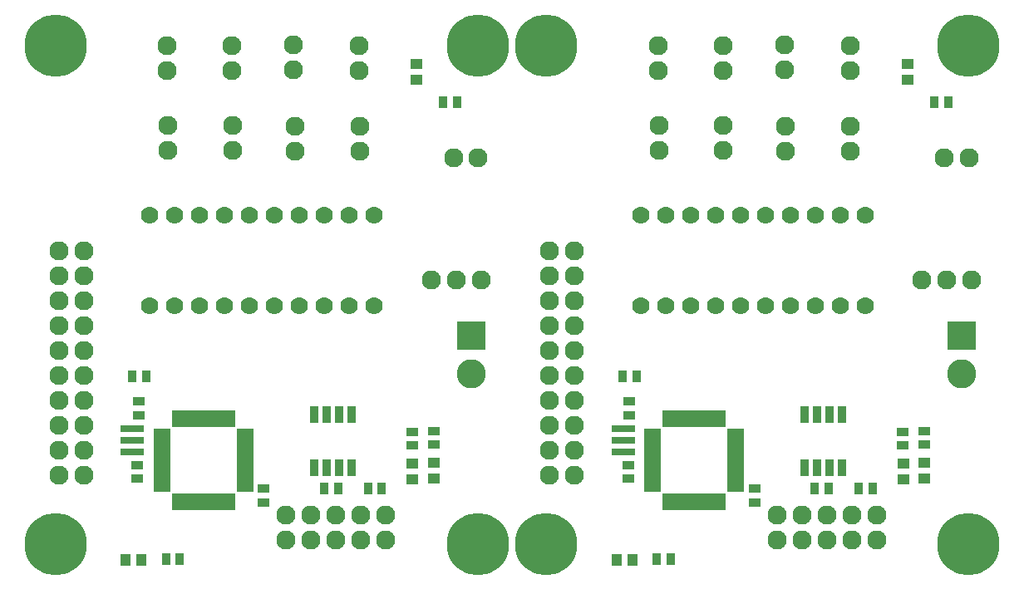
<source format=gts>
G04 EasyPC Gerber Version 21.0.3 Build 4286 *
G04 #@! TF.Part,Single*
G04 #@! TF.FileFunction,Soldermask,Top *
G04 #@! TF.FilePolarity,Negative *
%FSLAX45Y45*%
%MOIN*%
G04 #@! TA.AperFunction,SMDPad*
%ADD122R,0.03362X0.06807*%
%ADD95R,0.03559X0.04937*%
%ADD109R,0.09268X0.02575*%
%ADD121R,0.06807X0.03362*%
%ADD28R,0.04937X0.03559*%
%ADD110R,0.03559X0.06906*%
%ADD96R,0.04346X0.04740*%
%ADD123R,0.04740X0.04346*%
G04 #@! TA.AperFunction,ComponentPad*
%ADD29R,0.11630X0.11630*%
%ADD74C,0.07000*%
%ADD27C,0.07693*%
%ADD72C,0.11630*%
G04 #@! TA.AperFunction,WasherPad*
%ADD26C,0.25016*%
X0Y0D02*
D02*
D26*
X18360Y39865D03*
Y239865D03*
X187691Y39865D03*
Y239865D03*
X215211Y39865D03*
Y239865D03*
X384541Y39865D03*
Y239865D03*
D02*
D27*
X19591Y67315D03*
Y77315D03*
Y87315D03*
Y97315D03*
Y107315D03*
Y117315D03*
Y127315D03*
Y137315D03*
Y147315D03*
Y157315D03*
X29591Y67315D03*
Y77315D03*
Y87315D03*
Y97315D03*
Y107315D03*
Y117315D03*
Y127315D03*
Y137315D03*
Y147315D03*
Y157315D03*
X63134Y229851D03*
Y239851D03*
X63429Y197600D03*
Y207600D03*
X89156Y229851D03*
Y239851D03*
X89335Y197644D03*
Y207644D03*
X110791Y41353D03*
Y51353D03*
X113862Y230226D03*
Y240226D03*
X114256Y197519D03*
Y207519D03*
X120791Y41353D03*
Y51353D03*
X130791Y41353D03*
Y51353D03*
X140075Y229726D03*
Y239726D03*
X140260Y197394D03*
Y207394D03*
X140791Y41353D03*
Y51353D03*
X150791Y41353D03*
Y51353D03*
X168931Y145622D03*
X178045Y194806D03*
X178931Y145622D03*
X187888Y194806D03*
X188931Y145622D03*
X216441Y67315D03*
Y77315D03*
Y87315D03*
Y97315D03*
Y107315D03*
Y117315D03*
Y127315D03*
Y137315D03*
Y147315D03*
Y157315D03*
X226441Y67315D03*
Y77315D03*
Y87315D03*
Y97315D03*
Y107315D03*
Y117315D03*
Y127315D03*
Y137315D03*
Y147315D03*
Y157315D03*
X259984Y229851D03*
Y239851D03*
X260280Y197600D03*
Y207600D03*
X286006Y229851D03*
Y239851D03*
X286185Y197644D03*
Y207644D03*
X307641Y41353D03*
Y51353D03*
X310713Y230226D03*
Y240226D03*
X311106Y197519D03*
Y207519D03*
X317641Y41353D03*
Y51353D03*
X327641Y41353D03*
Y51353D03*
X336926Y229726D03*
Y239726D03*
X337110Y197394D03*
Y207394D03*
X337641Y41353D03*
Y51353D03*
X347641Y41353D03*
Y51353D03*
X365781Y145622D03*
X374896Y194806D03*
X375781Y145622D03*
X384738Y194806D03*
X385781Y145622D03*
D02*
D28*
X51116Y65957D03*
Y71508D03*
X51599Y91393D03*
Y96944D03*
X101844Y56545D03*
Y62096D03*
X161274Y79284D03*
Y84835D03*
X169974Y79628D03*
Y85180D03*
X247967Y65957D03*
Y71508D03*
X248449Y91393D03*
Y96944D03*
X298695Y56545D03*
Y62096D03*
X358124Y79284D03*
Y84835D03*
X366825Y79628D03*
Y85180D03*
D02*
D29*
X184906Y123496D03*
X381756D03*
D02*
D72*
X184906Y107906D03*
X381756D03*
D02*
D74*
X56205Y135317D03*
Y171617D03*
X66205Y135317D03*
Y171617D03*
X76205Y135317D03*
Y171617D03*
X86205Y135317D03*
Y171617D03*
X96205Y135317D03*
Y171617D03*
X106205Y135317D03*
Y171617D03*
X116205Y135317D03*
Y171617D03*
X126205Y135317D03*
Y171617D03*
X136205Y135317D03*
Y171617D03*
X146205Y135317D03*
Y171617D03*
X253055Y135317D03*
Y171617D03*
X263055Y135317D03*
Y171617D03*
X273055Y135317D03*
Y171617D03*
X283055Y135317D03*
Y171617D03*
X293055Y135317D03*
Y171617D03*
X303055Y135317D03*
Y171617D03*
X313055Y135317D03*
Y171617D03*
X323055Y135317D03*
Y171617D03*
X333055Y135317D03*
Y171617D03*
X343055Y135317D03*
Y171617D03*
D02*
D95*
X49030Y106961D03*
X54581D03*
X62642Y33637D03*
X68193D03*
X126047Y61981D03*
X131598D03*
X143646Y61902D03*
X149197D03*
X173872Y216941D03*
X179423D03*
X245880Y106961D03*
X251431D03*
X259492Y33637D03*
X265043D03*
X322898Y61981D03*
X328449D03*
X340496Y61902D03*
X346047D03*
X370722Y216941D03*
X376274D03*
D02*
D96*
X46510Y33416D03*
X52809D03*
X243360D03*
X249659D03*
D02*
D109*
X49103Y76741D03*
Y81465D03*
Y86189D03*
X245953Y76741D03*
Y81465D03*
Y86189D03*
D02*
D110*
X121923Y70435D03*
Y91695D03*
X126923Y70435D03*
Y91695D03*
X131923Y70435D03*
Y91695D03*
X136923Y70435D03*
Y91695D03*
X318774Y70435D03*
Y91695D03*
X323774Y70435D03*
Y91695D03*
X328774Y70435D03*
Y91695D03*
X333774Y70435D03*
Y91695D03*
D02*
D121*
X61003Y62426D03*
Y65575D03*
Y68725D03*
Y71874D03*
Y75024D03*
Y78174D03*
Y81323D03*
Y84473D03*
X94373Y62426D03*
Y65575D03*
Y68725D03*
Y71874D03*
Y75024D03*
Y78174D03*
Y81323D03*
Y84473D03*
X257854Y62426D03*
Y65575D03*
Y68725D03*
Y71874D03*
Y75024D03*
Y78174D03*
Y81323D03*
Y84473D03*
X291224Y62426D03*
Y65575D03*
Y68725D03*
Y71874D03*
Y75024D03*
Y78174D03*
Y81323D03*
Y84473D03*
D02*
D122*
X66665Y56764D03*
Y90134D03*
X69814Y56764D03*
Y90134D03*
X72964Y56764D03*
Y90134D03*
X76113Y56764D03*
Y90134D03*
X79263Y56764D03*
Y90134D03*
X82413Y56764D03*
Y90134D03*
X85562Y56764D03*
Y90134D03*
X88712Y56764D03*
Y90134D03*
X263515Y56764D03*
Y90134D03*
X266665Y56764D03*
Y90134D03*
X269814Y56764D03*
Y90134D03*
X272964Y56764D03*
Y90134D03*
X276113Y56764D03*
Y90134D03*
X279263Y56764D03*
Y90134D03*
X282413Y56764D03*
Y90134D03*
X285562Y56764D03*
Y90134D03*
D02*
D123*
X161530Y65809D03*
Y72109D03*
X163065Y226006D03*
Y232306D03*
X170004Y65947D03*
Y72246D03*
X358380Y65809D03*
Y72109D03*
X359915Y226006D03*
Y232306D03*
X366854Y65947D03*
Y72246D03*
X0Y0D02*
M02*

</source>
